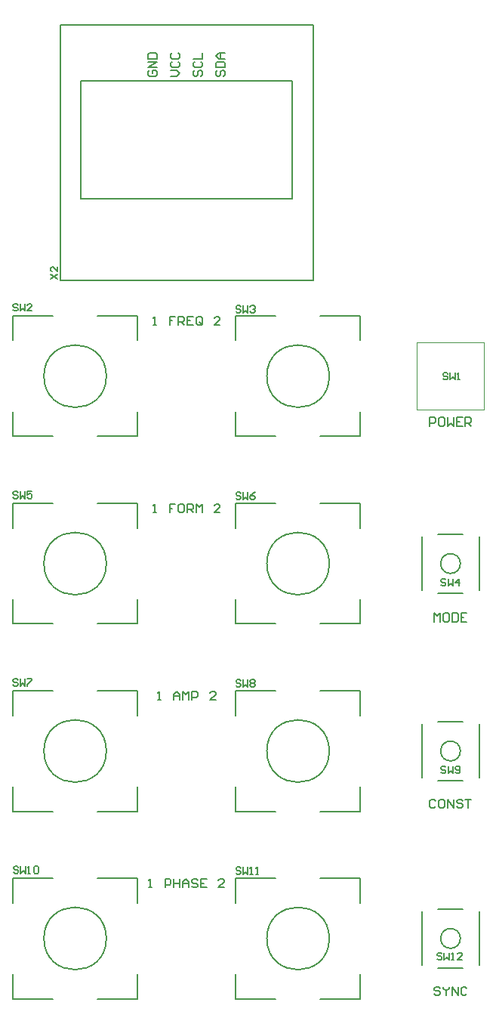
<source format=gto>
G04*
G04 #@! TF.GenerationSoftware,Altium Limited,Altium Designer,23.4.1 (23)*
G04*
G04 Layer_Color=65535*
%FSLAX44Y44*%
%MOMM*%
G71*
G04*
G04 #@! TF.SameCoordinates,ED8CA8E1-86DF-42A4-AF38-516AE62C0134*
G04*
G04*
G04 #@! TF.FilePolarity,Positive*
G04*
G01*
G75*
%ADD10C,0.1540*%
%ADD11C,0.2000*%
%ADD12C,0.1000*%
%ADD13C,0.1500*%
D10*
X544045Y175000D02*
G03*
X544045Y175000I-11045J0D01*
G01*
Y385000D02*
G03*
X544045Y385000I-11045J0D01*
G01*
Y595000D02*
G03*
X544045Y595000I-11045J0D01*
G01*
D11*
X397000Y175000D02*
G03*
X397000Y175000I-35000J0D01*
G01*
X147000D02*
G03*
X147000Y175000I-35000J0D01*
G01*
X397000Y385000D02*
G03*
X397000Y385000I-35000J0D01*
G01*
X147000Y385000D02*
G03*
X147000Y385000I-35000J0D01*
G01*
X397000Y595000D02*
G03*
X397000Y595000I-35000J0D01*
G01*
X147000D02*
G03*
X147000Y595000I-35000J0D01*
G01*
X397000Y805000D02*
G03*
X397000Y805000I-35000J0D01*
G01*
X147000D02*
G03*
X147000Y805000I-35000J0D01*
G01*
X118300Y1003440D02*
X355700D01*
X118300Y1135480D02*
X355700D01*
Y1003440D02*
Y1135480D01*
X118300Y1003440D02*
Y1135480D01*
X95500Y912500D02*
X378750D01*
X95500Y1198510D02*
X378750D01*
Y912500D02*
Y1198510D01*
X95500Y912500D02*
Y1198510D01*
X519000Y142000D02*
X547000D01*
X519000Y208000D02*
X547000D01*
X501000Y145000D02*
Y205000D01*
X565000Y145000D02*
Y205000D01*
X432000Y215000D02*
Y242500D01*
X387000D02*
X432000D01*
X292000D02*
X337000D01*
X292000Y215000D02*
Y242500D01*
Y107500D02*
Y135000D01*
Y107500D02*
X337000D01*
X387000D02*
X432000D01*
Y135000D01*
X42000Y107500D02*
Y135000D01*
Y107500D02*
X87000D01*
X137000D02*
X182000D01*
Y135000D01*
Y215000D02*
Y242500D01*
X137000D02*
X182000D01*
X42000D02*
X87000D01*
X42000Y215000D02*
Y242500D01*
X519000Y352000D02*
X547000D01*
X519000Y418000D02*
X547000D01*
X501000Y355000D02*
Y415000D01*
X565000Y355000D02*
Y415000D01*
X432000Y425000D02*
Y452500D01*
X387000D02*
X432000D01*
X292000D02*
X337000D01*
X292000Y425000D02*
Y452500D01*
Y317500D02*
Y345000D01*
Y317500D02*
X337000D01*
X387000D02*
X432000D01*
Y345000D01*
X42000Y317500D02*
Y345000D01*
Y317500D02*
X87000D01*
X137000D02*
X182000D01*
Y345000D01*
Y425000D02*
Y452500D01*
X137000D02*
X182000D01*
X42000D02*
X87000D01*
X42000Y425000D02*
Y452500D01*
X432000Y635000D02*
Y662500D01*
X387000D02*
X432000D01*
X292000D02*
X337000D01*
X292000Y635000D02*
Y662500D01*
Y527500D02*
Y555000D01*
Y527500D02*
X337000D01*
X387000D02*
X432000D01*
Y555000D01*
X42000Y527500D02*
Y555000D01*
Y527500D02*
X87000D01*
X137000D02*
X182000D01*
Y555000D01*
Y635000D02*
Y662500D01*
X137000D02*
X182000D01*
X42000D02*
X87000D01*
X42000Y635000D02*
Y662500D01*
X519000Y562000D02*
X547000D01*
X519000Y628000D02*
X547000D01*
X501000Y565000D02*
Y625000D01*
X565000Y565000D02*
Y625000D01*
X432000Y845000D02*
Y872500D01*
X387000D02*
X432000D01*
X292000D02*
X337000D01*
X292000Y845000D02*
Y872500D01*
Y737500D02*
Y765000D01*
Y737500D02*
X337000D01*
X387000D02*
X432000D01*
Y765000D01*
X42000Y737500D02*
Y765000D01*
Y737500D02*
X87000D01*
X137000D02*
X182000D01*
Y765000D01*
Y845000D02*
Y872500D01*
X137000D02*
X182000D01*
X42000D02*
X87000D01*
X42000Y845000D02*
Y872500D01*
D12*
X495500Y767500D02*
X570500D01*
X495500Y842500D02*
X570500D01*
Y767500D02*
Y842500D01*
X495500Y767500D02*
Y842500D01*
D13*
X271768Y1147395D02*
X270102Y1145729D01*
Y1142397D01*
X271768Y1140731D01*
X273434D01*
X275100Y1142397D01*
Y1145729D01*
X276766Y1147395D01*
X278432D01*
X280098Y1145729D01*
Y1142397D01*
X278432Y1140731D01*
X270102Y1150728D02*
X280098D01*
Y1155726D01*
X278432Y1157392D01*
X271768D01*
X270102Y1155726D01*
Y1150728D01*
X280098Y1160724D02*
X273434D01*
X270102Y1164057D01*
X273434Y1167389D01*
X280098D01*
X275100D01*
Y1160724D01*
X246368Y1147395D02*
X244702Y1145729D01*
Y1142397D01*
X246368Y1140731D01*
X248034D01*
X249700Y1142397D01*
Y1145729D01*
X251366Y1147395D01*
X253032D01*
X254698Y1145729D01*
Y1142397D01*
X253032Y1140731D01*
X246368Y1157392D02*
X244702Y1155726D01*
Y1152394D01*
X246368Y1150728D01*
X253032D01*
X254698Y1152394D01*
Y1155726D01*
X253032Y1157392D01*
X244702Y1160724D02*
X254698D01*
Y1167389D01*
X219301Y1140731D02*
X225966D01*
X229298Y1144063D01*
X225966Y1147395D01*
X219301D01*
X220968Y1157392D02*
X219301Y1155726D01*
Y1152394D01*
X220968Y1150728D01*
X227632D01*
X229298Y1152394D01*
Y1155726D01*
X227632Y1157392D01*
X220968Y1167389D02*
X219301Y1165723D01*
Y1162391D01*
X220968Y1160724D01*
X227632D01*
X229298Y1162391D01*
Y1165723D01*
X227632Y1167389D01*
X195568Y1147395D02*
X193902Y1145729D01*
Y1142397D01*
X195568Y1140731D01*
X202232D01*
X203899Y1142397D01*
Y1145729D01*
X202232Y1147395D01*
X198900D01*
Y1144063D01*
X203899Y1150728D02*
X193902D01*
X203899Y1157392D01*
X193902D01*
Y1160724D02*
X203899D01*
Y1165723D01*
X202232Y1167389D01*
X195568D01*
X193902Y1165723D01*
Y1160724D01*
X194514Y232002D02*
X197846D01*
X196180D01*
Y241998D01*
X194514Y240332D01*
X212841Y232002D02*
Y241998D01*
X217840D01*
X219506Y240332D01*
Y237000D01*
X217840Y235334D01*
X212841D01*
X222838Y241998D02*
Y232002D01*
Y237000D01*
X229502D01*
Y241998D01*
Y232002D01*
X232835D02*
Y238666D01*
X236167Y241998D01*
X239499Y238666D01*
Y232002D01*
Y237000D01*
X232835D01*
X249496Y240332D02*
X247830Y241998D01*
X244498D01*
X242831Y240332D01*
Y238666D01*
X244498Y237000D01*
X247830D01*
X249496Y235334D01*
Y233668D01*
X247830Y232002D01*
X244498D01*
X242831Y233668D01*
X259493Y241998D02*
X252828D01*
Y232002D01*
X259493D01*
X252828Y237000D02*
X256161D01*
X279486Y232002D02*
X272822D01*
X279486Y238666D01*
Y240332D01*
X277820Y241998D01*
X274488D01*
X272822Y240332D01*
X204510Y442002D02*
X207843D01*
X206177D01*
Y451998D01*
X204510Y450332D01*
X222838Y442002D02*
Y448666D01*
X226170Y451998D01*
X229502Y448666D01*
Y442002D01*
Y447000D01*
X222838D01*
X232835Y442002D02*
Y451998D01*
X236167Y448666D01*
X239499Y451998D01*
Y442002D01*
X242831D02*
Y451998D01*
X247830D01*
X249496Y450332D01*
Y447000D01*
X247830Y445334D01*
X242831D01*
X269489Y442002D02*
X262825D01*
X269489Y448666D01*
Y450332D01*
X267823Y451998D01*
X264491D01*
X262825Y450332D01*
X199512Y652002D02*
X202844D01*
X201178D01*
Y661998D01*
X199512Y660332D01*
X224504Y661998D02*
X217840D01*
Y657000D01*
X221172D01*
X217840D01*
Y652002D01*
X232835Y661998D02*
X229502D01*
X227836Y660332D01*
Y653668D01*
X229502Y652002D01*
X232835D01*
X234501Y653668D01*
Y660332D01*
X232835Y661998D01*
X237833Y652002D02*
Y661998D01*
X242831D01*
X244498Y660332D01*
Y657000D01*
X242831Y655334D01*
X237833D01*
X241165D02*
X244498Y652002D01*
X247830D02*
Y661998D01*
X251162Y658666D01*
X254494Y661998D01*
Y652002D01*
X274488D02*
X267823D01*
X274488Y658666D01*
Y660332D01*
X272822Y661998D01*
X269490D01*
X267823Y660332D01*
X199512Y862002D02*
X202844D01*
X201178D01*
Y871998D01*
X199512Y870332D01*
X224504Y871998D02*
X217840D01*
Y867000D01*
X221172D01*
X217840D01*
Y862002D01*
X227836D02*
Y871998D01*
X232835D01*
X234501Y870332D01*
Y867000D01*
X232835Y865334D01*
X227836D01*
X231168D02*
X234501Y862002D01*
X244498Y871998D02*
X237833D01*
Y862002D01*
X244498D01*
X237833Y867000D02*
X241165D01*
X254494Y863668D02*
Y870332D01*
X252828Y871998D01*
X249496D01*
X247830Y870332D01*
Y863668D01*
X249496Y862002D01*
X252828D01*
X251162Y865334D02*
X254494Y862002D01*
X252828D02*
X254494Y863668D01*
X274488Y862002D02*
X267823D01*
X274488Y868666D01*
Y870332D01*
X272822Y871998D01*
X269490D01*
X267823Y870332D01*
X521337Y119332D02*
X519671Y120998D01*
X516339D01*
X514673Y119332D01*
Y117666D01*
X516339Y116000D01*
X519671D01*
X521337Y114334D01*
Y112668D01*
X519671Y111002D01*
X516339D01*
X514673Y112668D01*
X524669Y120998D02*
Y119332D01*
X528002Y116000D01*
X531334Y119332D01*
Y120998D01*
X528002Y116000D02*
Y111002D01*
X534666D02*
Y120998D01*
X541331Y111002D01*
Y120998D01*
X551327Y119332D02*
X549661Y120998D01*
X546329D01*
X544663Y119332D01*
Y112668D01*
X546329Y111002D01*
X549661D01*
X551327Y112668D01*
X516339Y329332D02*
X514673Y330998D01*
X511340D01*
X509674Y329332D01*
Y322668D01*
X511340Y321002D01*
X514673D01*
X516339Y322668D01*
X524669Y330998D02*
X521337D01*
X519671Y329332D01*
Y322668D01*
X521337Y321002D01*
X524669D01*
X526335Y322668D01*
Y329332D01*
X524669Y330998D01*
X529668Y321002D02*
Y330998D01*
X536332Y321002D01*
Y330998D01*
X546329Y329332D02*
X544663Y330998D01*
X541331D01*
X539664Y329332D01*
Y327666D01*
X541331Y326000D01*
X544663D01*
X546329Y324334D01*
Y322668D01*
X544663Y321002D01*
X541331D01*
X539664Y322668D01*
X549661Y330998D02*
X556326D01*
X552994D01*
Y321002D01*
X514673Y530002D02*
Y539998D01*
X518005Y536666D01*
X521337Y539998D01*
Y530002D01*
X529668Y539998D02*
X526335D01*
X524669Y538332D01*
Y531668D01*
X526335Y530002D01*
X529668D01*
X531334Y531668D01*
Y538332D01*
X529668Y539998D01*
X534666D02*
Y530002D01*
X539664D01*
X541331Y531668D01*
Y538332D01*
X539664Y539998D01*
X534666D01*
X551327D02*
X544663D01*
Y530002D01*
X551327D01*
X544663Y535000D02*
X547995D01*
X509674Y749002D02*
Y758998D01*
X514673D01*
X516339Y757332D01*
Y754000D01*
X514673Y752334D01*
X509674D01*
X524669Y758998D02*
X521337D01*
X519671Y757332D01*
Y750668D01*
X521337Y749002D01*
X524669D01*
X526335Y750668D01*
Y757332D01*
X524669Y758998D01*
X529668D02*
Y749002D01*
X533000Y752334D01*
X536332Y749002D01*
Y758998D01*
X546329D02*
X539664D01*
Y749002D01*
X546329D01*
X539664Y754000D02*
X542997D01*
X549661Y749002D02*
Y758998D01*
X554660D01*
X556326Y757332D01*
Y754000D01*
X554660Y752334D01*
X549661D01*
X552994D02*
X556326Y749002D01*
X84501Y914085D02*
X92499Y919417D01*
X84501D02*
X92499Y914085D01*
Y927414D02*
Y922083D01*
X87167Y927414D01*
X85834D01*
X84501Y926082D01*
Y923416D01*
X85834Y922083D01*
X523336Y157666D02*
X522003Y158999D01*
X519337D01*
X518004Y157666D01*
Y156333D01*
X519337Y155000D01*
X522003D01*
X523336Y153667D01*
Y152334D01*
X522003Y151001D01*
X519337D01*
X518004Y152334D01*
X526002Y158999D02*
Y151001D01*
X528668Y153667D01*
X531334Y151001D01*
Y158999D01*
X533999Y151001D02*
X536665D01*
X535332D01*
Y158999D01*
X533999Y157666D01*
X545995Y151001D02*
X540664D01*
X545995Y156333D01*
Y157666D01*
X544663Y158999D01*
X541997D01*
X540664Y157666D01*
X297669Y253666D02*
X296336Y254999D01*
X293670D01*
X292337Y253666D01*
Y252333D01*
X293670Y251000D01*
X296336D01*
X297669Y249667D01*
Y248334D01*
X296336Y247001D01*
X293670D01*
X292337Y248334D01*
X300335Y254999D02*
Y247001D01*
X303001Y249667D01*
X305666Y247001D01*
Y254999D01*
X308332Y247001D02*
X310998D01*
X309665D01*
Y254999D01*
X308332Y253666D01*
X314997Y247001D02*
X317663D01*
X316330D01*
Y254999D01*
X314997Y253666D01*
X48336Y254666D02*
X47003Y255999D01*
X44337D01*
X43004Y254666D01*
Y253333D01*
X44337Y252000D01*
X47003D01*
X48336Y250667D01*
Y249334D01*
X47003Y248001D01*
X44337D01*
X43004Y249334D01*
X51002Y255999D02*
Y248001D01*
X53668Y250667D01*
X56333Y248001D01*
Y255999D01*
X58999Y248001D02*
X61665D01*
X60332D01*
Y255999D01*
X58999Y254666D01*
X65664D02*
X66997Y255999D01*
X69663D01*
X70995Y254666D01*
Y249334D01*
X69663Y248001D01*
X66997D01*
X65664Y249334D01*
Y254666D01*
X527668Y366666D02*
X526335Y367999D01*
X523670D01*
X522337Y366666D01*
Y365333D01*
X523670Y364000D01*
X526335D01*
X527668Y362667D01*
Y361334D01*
X526335Y360001D01*
X523670D01*
X522337Y361334D01*
X530334Y367999D02*
Y360001D01*
X533000Y362667D01*
X535666Y360001D01*
Y367999D01*
X538332Y361334D02*
X539664Y360001D01*
X542330D01*
X543663Y361334D01*
Y366666D01*
X542330Y367999D01*
X539664D01*
X538332Y366666D01*
Y365333D01*
X539664Y364000D01*
X543663D01*
X297668Y463666D02*
X296336Y464999D01*
X293670D01*
X292337Y463666D01*
Y462333D01*
X293670Y461000D01*
X296336D01*
X297668Y459667D01*
Y458334D01*
X296336Y457001D01*
X293670D01*
X292337Y458334D01*
X300334Y464999D02*
Y457001D01*
X303000Y459667D01*
X305666Y457001D01*
Y464999D01*
X308332Y463666D02*
X309664Y464999D01*
X312330D01*
X313663Y463666D01*
Y462333D01*
X312330Y461000D01*
X313663Y459667D01*
Y458334D01*
X312330Y457001D01*
X309664D01*
X308332Y458334D01*
Y459667D01*
X309664Y461000D01*
X308332Y462333D01*
Y463666D01*
X309664Y461000D02*
X312330D01*
X47668Y464666D02*
X46336Y465999D01*
X43670D01*
X42337Y464666D01*
Y463333D01*
X43670Y462000D01*
X46336D01*
X47668Y460667D01*
Y459334D01*
X46336Y458001D01*
X43670D01*
X42337Y459334D01*
X50334Y465999D02*
Y458001D01*
X53000Y460667D01*
X55666Y458001D01*
Y465999D01*
X58332D02*
X63663D01*
Y464666D01*
X58332Y459334D01*
Y458001D01*
X297668Y673666D02*
X296336Y674999D01*
X293670D01*
X292337Y673666D01*
Y672333D01*
X293670Y671000D01*
X296336D01*
X297668Y669667D01*
Y668334D01*
X296336Y667001D01*
X293670D01*
X292337Y668334D01*
X300334Y674999D02*
Y667001D01*
X303000Y669667D01*
X305666Y667001D01*
Y674999D01*
X313663D02*
X310997Y673666D01*
X308332Y671000D01*
Y668334D01*
X309664Y667001D01*
X312330D01*
X313663Y668334D01*
Y669667D01*
X312330Y671000D01*
X308332D01*
X47668Y674666D02*
X46336Y675999D01*
X43670D01*
X42337Y674666D01*
Y673333D01*
X43670Y672000D01*
X46336D01*
X47668Y670667D01*
Y669334D01*
X46336Y668001D01*
X43670D01*
X42337Y669334D01*
X50334Y675999D02*
Y668001D01*
X53000Y670667D01*
X55666Y668001D01*
Y675999D01*
X63663D02*
X58332D01*
Y672000D01*
X60997Y673333D01*
X62330D01*
X63663Y672000D01*
Y669334D01*
X62330Y668001D01*
X59665D01*
X58332Y669334D01*
X527668Y576666D02*
X526335Y577999D01*
X523670D01*
X522337Y576666D01*
Y575333D01*
X523670Y574000D01*
X526335D01*
X527668Y572667D01*
Y571334D01*
X526335Y570001D01*
X523670D01*
X522337Y571334D01*
X530334Y577999D02*
Y570001D01*
X533000Y572667D01*
X535666Y570001D01*
Y577999D01*
X542330Y570001D02*
Y577999D01*
X538332Y574000D01*
X543663D01*
X297668Y882666D02*
X296336Y883999D01*
X293670D01*
X292337Y882666D01*
Y881333D01*
X293670Y880000D01*
X296336D01*
X297668Y878667D01*
Y877334D01*
X296336Y876001D01*
X293670D01*
X292337Y877334D01*
X300334Y883999D02*
Y876001D01*
X303000Y878667D01*
X305666Y876001D01*
Y883999D01*
X308332Y882666D02*
X309664Y883999D01*
X312330D01*
X313663Y882666D01*
Y881333D01*
X312330Y880000D01*
X310997D01*
X312330D01*
X313663Y878667D01*
Y877334D01*
X312330Y876001D01*
X309664D01*
X308332Y877334D01*
X47668Y884666D02*
X46336Y885999D01*
X43670D01*
X42337Y884666D01*
Y883333D01*
X43670Y882000D01*
X46336D01*
X47668Y880667D01*
Y879334D01*
X46336Y878001D01*
X43670D01*
X42337Y879334D01*
X50334Y885999D02*
Y878001D01*
X53000Y880667D01*
X55666Y878001D01*
Y885999D01*
X63663Y878001D02*
X58332D01*
X63663Y883333D01*
Y884666D01*
X62330Y885999D01*
X59665D01*
X58332Y884666D01*
X530001Y807666D02*
X528668Y808999D01*
X526003D01*
X524670Y807666D01*
Y806333D01*
X526003Y805000D01*
X528668D01*
X530001Y803667D01*
Y802334D01*
X528668Y801001D01*
X526003D01*
X524670Y802334D01*
X532667Y808999D02*
Y801001D01*
X535333Y803667D01*
X537999Y801001D01*
Y808999D01*
X540664Y801001D02*
X543330D01*
X541997D01*
Y808999D01*
X540664Y807666D01*
M02*

</source>
